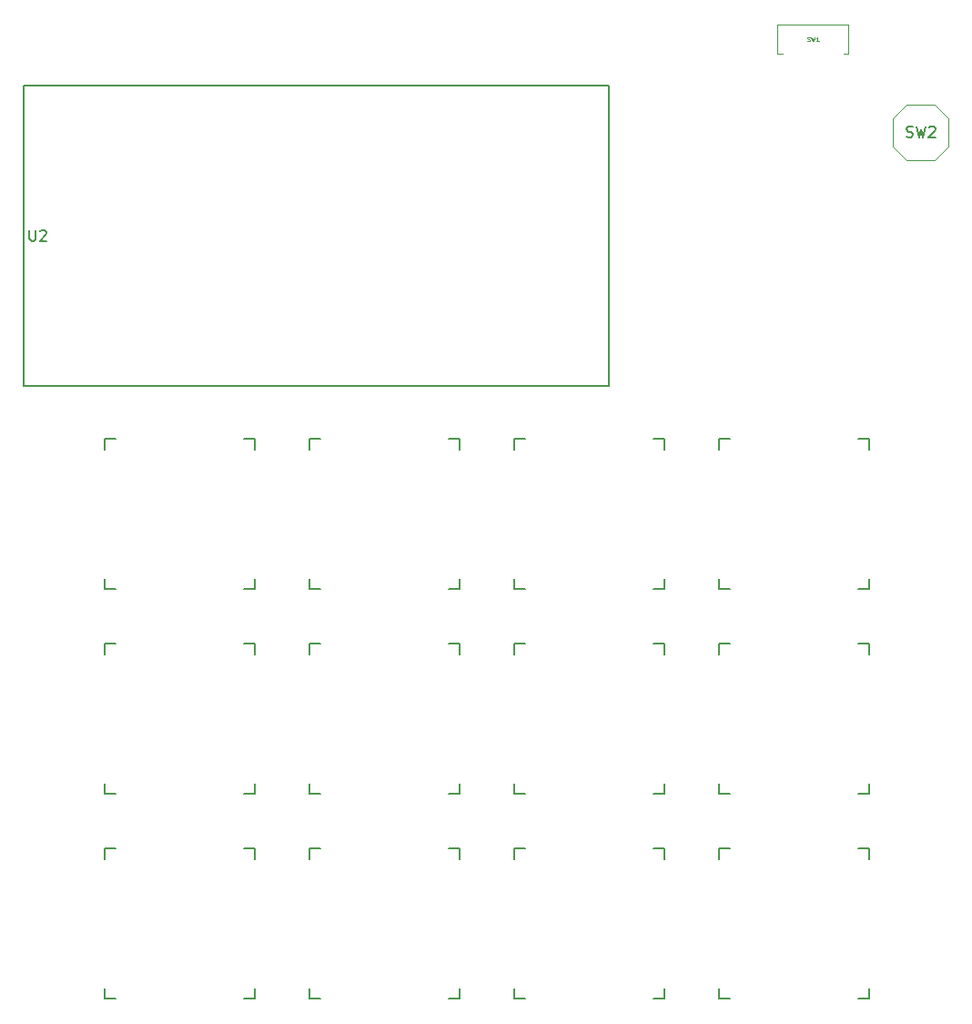
<source format=gto>
G04 #@! TF.GenerationSoftware,KiCad,Pcbnew,(6.0.6)*
G04 #@! TF.CreationDate,2022-07-26T08:16:13+09:00*
G04 #@! TF.ProjectId,ble_macro_keyboard,626c655f-6d61-4637-926f-5f6b6579626f,rev?*
G04 #@! TF.SameCoordinates,Original*
G04 #@! TF.FileFunction,Legend,Top*
G04 #@! TF.FilePolarity,Positive*
%FSLAX46Y46*%
G04 Gerber Fmt 4.6, Leading zero omitted, Abs format (unit mm)*
G04 Created by KiCad (PCBNEW (6.0.6)) date 2022-07-26 08:16:13*
%MOMM*%
%LPD*%
G01*
G04 APERTURE LIST*
%ADD10C,0.150000*%
%ADD11C,0.060000*%
%ADD12C,0.120000*%
%ADD13C,0.127000*%
%ADD14C,3.000000*%
%ADD15C,1.701800*%
%ADD16C,3.987800*%
%ADD17C,3.200000*%
%ADD18C,8.000000*%
%ADD19R,0.700000X1.000000*%
%ADD20R,1.000000X1.600000*%
%ADD21C,0.800000*%
%ADD22C,1.560000*%
%ADD23R,1.560000X1.560000*%
%ADD24C,1.600000*%
%ADD25R,1.600000X1.600000*%
%ADD26C,1.800000*%
%ADD27R,1.800000X1.800000*%
%ADD28O,1.800000X1.070000*%
%ADD29R,1.800000X1.070000*%
G04 APERTURE END LIST*
D10*
X103666666Y-29404761D02*
X103809523Y-29452380D01*
X104047619Y-29452380D01*
X104142857Y-29404761D01*
X104190476Y-29357142D01*
X104238095Y-29261904D01*
X104238095Y-29166666D01*
X104190476Y-29071428D01*
X104142857Y-29023809D01*
X104047619Y-28976190D01*
X103857142Y-28928571D01*
X103761904Y-28880952D01*
X103714285Y-28833333D01*
X103666666Y-28738095D01*
X103666666Y-28642857D01*
X103714285Y-28547619D01*
X103761904Y-28500000D01*
X103857142Y-28452380D01*
X104095238Y-28452380D01*
X104238095Y-28500000D01*
X104571428Y-28452380D02*
X104809523Y-29452380D01*
X105000000Y-28738095D01*
X105190476Y-29452380D01*
X105428571Y-28452380D01*
X105761904Y-28547619D02*
X105809523Y-28500000D01*
X105904761Y-28452380D01*
X106142857Y-28452380D01*
X106238095Y-28500000D01*
X106285714Y-28547619D01*
X106333333Y-28642857D01*
X106333333Y-28738095D01*
X106285714Y-28880952D01*
X105714285Y-29452380D01*
X106333333Y-29452380D01*
D11*
X94446666Y-20513904D02*
X94503809Y-20532952D01*
X94599047Y-20532952D01*
X94637142Y-20513904D01*
X94656190Y-20494857D01*
X94675238Y-20456761D01*
X94675238Y-20418666D01*
X94656190Y-20380571D01*
X94637142Y-20361523D01*
X94599047Y-20342476D01*
X94522857Y-20323428D01*
X94484761Y-20304380D01*
X94465714Y-20285333D01*
X94446666Y-20247238D01*
X94446666Y-20209142D01*
X94465714Y-20171047D01*
X94484761Y-20152000D01*
X94522857Y-20132952D01*
X94618095Y-20132952D01*
X94675238Y-20152000D01*
X94808571Y-20132952D02*
X94903809Y-20532952D01*
X94980000Y-20247238D01*
X95056190Y-20532952D01*
X95151428Y-20132952D01*
X95513333Y-20532952D02*
X95284761Y-20532952D01*
X95399047Y-20532952D02*
X95399047Y-20132952D01*
X95360952Y-20190095D01*
X95322857Y-20228190D01*
X95284761Y-20247238D01*
D10*
X22081801Y-38092169D02*
X22081801Y-38902005D01*
X22129438Y-38997280D01*
X22177076Y-39044918D01*
X22272350Y-39092555D01*
X22462900Y-39092555D01*
X22558175Y-39044918D01*
X22605812Y-38997280D01*
X22653450Y-38902005D01*
X22653450Y-38092169D01*
X23082187Y-38187444D02*
X23129824Y-38139807D01*
X23225099Y-38092169D01*
X23463286Y-38092169D01*
X23558561Y-38139807D01*
X23606198Y-38187444D01*
X23653836Y-38282719D01*
X23653836Y-38377994D01*
X23606198Y-38520906D01*
X23034549Y-39092555D01*
X23653836Y-39092555D01*
X29052000Y-71500000D02*
X30052000Y-71500000D01*
X29052000Y-58500000D02*
X29052000Y-57500000D01*
X43052000Y-57500000D02*
X42052000Y-57500000D01*
X43052000Y-57500000D02*
X43052000Y-58500000D01*
X30052000Y-57500000D02*
X29052000Y-57500000D01*
X43052000Y-70500000D02*
X43052000Y-71500000D01*
X29052000Y-71500000D02*
X29052000Y-70500000D01*
X42052000Y-71500000D02*
X43052000Y-71500000D01*
X99202000Y-90550000D02*
X100202000Y-90550000D01*
X100202000Y-89550000D02*
X100202000Y-90550000D01*
X100202000Y-76550000D02*
X99202000Y-76550000D01*
X86202000Y-90550000D02*
X86202000Y-89550000D01*
X87202000Y-76550000D02*
X86202000Y-76550000D01*
X86202000Y-90550000D02*
X87202000Y-90550000D01*
X86202000Y-77550000D02*
X86202000Y-76550000D01*
X100202000Y-76550000D02*
X100202000Y-77550000D01*
X48102000Y-71500000D02*
X48102000Y-70500000D01*
X48102000Y-71500000D02*
X49102000Y-71500000D01*
X49102000Y-57500000D02*
X48102000Y-57500000D01*
X62102000Y-57500000D02*
X61102000Y-57500000D01*
X48102000Y-58500000D02*
X48102000Y-57500000D01*
X62102000Y-57500000D02*
X62102000Y-58500000D01*
X62102000Y-70500000D02*
X62102000Y-71500000D01*
X61102000Y-71500000D02*
X62102000Y-71500000D01*
X61102000Y-90550000D02*
X62102000Y-90550000D01*
X62102000Y-89550000D02*
X62102000Y-90550000D01*
X62102000Y-76550000D02*
X62102000Y-77550000D01*
X48102000Y-90550000D02*
X48102000Y-89550000D01*
X48102000Y-77550000D02*
X48102000Y-76550000D01*
X62102000Y-76550000D02*
X61102000Y-76550000D01*
X48102000Y-90550000D02*
X49102000Y-90550000D01*
X49102000Y-76550000D02*
X48102000Y-76550000D01*
X100202000Y-57500000D02*
X100202000Y-58500000D01*
X99202000Y-71500000D02*
X100202000Y-71500000D01*
X100202000Y-70500000D02*
X100202000Y-71500000D01*
X86202000Y-71500000D02*
X87202000Y-71500000D01*
X87202000Y-57500000D02*
X86202000Y-57500000D01*
X86202000Y-71500000D02*
X86202000Y-70500000D01*
X100202000Y-57500000D02*
X99202000Y-57500000D01*
X86202000Y-58500000D02*
X86202000Y-57500000D01*
X67152000Y-77550000D02*
X67152000Y-76550000D01*
X81152000Y-76550000D02*
X81152000Y-77550000D01*
X81152000Y-76550000D02*
X80152000Y-76550000D01*
X67152000Y-90550000D02*
X67152000Y-89550000D01*
X81152000Y-89550000D02*
X81152000Y-90550000D01*
X80152000Y-90550000D02*
X81152000Y-90550000D01*
X67152000Y-90550000D02*
X68152000Y-90550000D01*
X68152000Y-76550000D02*
X67152000Y-76550000D01*
X68152000Y-57500000D02*
X67152000Y-57500000D01*
X81152000Y-57500000D02*
X80152000Y-57500000D01*
X80152000Y-71500000D02*
X81152000Y-71500000D01*
X67152000Y-58500000D02*
X67152000Y-57500000D01*
X67152000Y-71500000D02*
X68152000Y-71500000D01*
X81152000Y-70500000D02*
X81152000Y-71500000D01*
X67152000Y-71500000D02*
X67152000Y-70500000D01*
X81152000Y-57500000D02*
X81152000Y-58500000D01*
X29052000Y-77550000D02*
X29052000Y-76550000D01*
X29052000Y-90550000D02*
X29052000Y-89550000D01*
X43052000Y-89550000D02*
X43052000Y-90550000D01*
X42052000Y-90550000D02*
X43052000Y-90550000D01*
X30052000Y-76550000D02*
X29052000Y-76550000D01*
X43052000Y-76550000D02*
X42052000Y-76550000D01*
X43052000Y-76550000D02*
X43052000Y-77550000D01*
X29052000Y-90550000D02*
X30052000Y-90550000D01*
X61102000Y-109600000D02*
X62102000Y-109600000D01*
X49102000Y-95600000D02*
X48102000Y-95600000D01*
X48102000Y-109600000D02*
X49102000Y-109600000D01*
X62102000Y-95600000D02*
X62102000Y-96600000D01*
X62102000Y-95600000D02*
X61102000Y-95600000D01*
X48102000Y-96600000D02*
X48102000Y-95600000D01*
X48102000Y-109600000D02*
X48102000Y-108600000D01*
X62102000Y-108600000D02*
X62102000Y-109600000D01*
X29052000Y-109600000D02*
X29052000Y-108600000D01*
X29052000Y-109600000D02*
X30052000Y-109600000D01*
X30052000Y-95600000D02*
X29052000Y-95600000D01*
X43052000Y-108600000D02*
X43052000Y-109600000D01*
X29052000Y-96600000D02*
X29052000Y-95600000D01*
X43052000Y-95600000D02*
X42052000Y-95600000D01*
X42052000Y-109600000D02*
X43052000Y-109600000D01*
X43052000Y-95600000D02*
X43052000Y-96600000D01*
D12*
X103700000Y-31600000D02*
X106300000Y-31600000D01*
X107600000Y-30300000D02*
X107600000Y-27700000D01*
X102400000Y-27700000D02*
X102400000Y-30300000D01*
X106300000Y-26400000D02*
X103700000Y-26400000D01*
X106300000Y-31600000D02*
X107600000Y-30300000D01*
X103700000Y-26400000D02*
X102400000Y-27700000D01*
X102400000Y-30300000D02*
X103700000Y-31600000D01*
X107600000Y-27700000D02*
X106300000Y-26400000D01*
D10*
X87202000Y-95600000D02*
X86202000Y-95600000D01*
X86202000Y-109600000D02*
X87202000Y-109600000D01*
X100202000Y-95600000D02*
X100202000Y-96600000D01*
X100202000Y-95600000D02*
X99202000Y-95600000D01*
X86202000Y-96600000D02*
X86202000Y-95600000D01*
X100202000Y-108600000D02*
X100202000Y-109600000D01*
X86202000Y-109600000D02*
X86202000Y-108600000D01*
X99202000Y-109600000D02*
X100202000Y-109600000D01*
D12*
X98280000Y-21702000D02*
X97780000Y-21702000D01*
X98280000Y-19002000D02*
X98280000Y-21702000D01*
X91680000Y-21702000D02*
X91680000Y-19002000D01*
X91680000Y-19002000D02*
X98280000Y-19002000D01*
X91680000Y-21702000D02*
X92180000Y-21702000D01*
D10*
X67152000Y-96600000D02*
X67152000Y-95600000D01*
X68152000Y-95600000D02*
X67152000Y-95600000D01*
X67152000Y-109600000D02*
X67152000Y-108600000D01*
X81152000Y-108600000D02*
X81152000Y-109600000D01*
X81152000Y-95600000D02*
X81152000Y-96600000D01*
X81152000Y-95600000D02*
X80152000Y-95600000D01*
X67152000Y-109600000D02*
X68152000Y-109600000D01*
X80152000Y-109600000D02*
X81152000Y-109600000D01*
D13*
X21554000Y-24690000D02*
X75954000Y-24690000D01*
X21554000Y-52590000D02*
X21554000Y-24690000D01*
X75954000Y-52590000D02*
X21554000Y-52590000D01*
X75954000Y-24690000D02*
X75954000Y-52590000D01*
%LPC*%
D14*
X32242000Y-61960000D03*
D15*
X30972000Y-64500000D03*
D16*
X36052000Y-64500000D03*
D15*
X41132000Y-64500000D03*
D14*
X38592000Y-59420000D03*
D15*
X98282000Y-83550000D03*
D14*
X89392000Y-81010000D03*
D16*
X93202000Y-83550000D03*
D14*
X95742000Y-78470000D03*
D15*
X88122000Y-83550000D03*
D16*
X55102000Y-64500000D03*
D15*
X60182000Y-64500000D03*
X50022000Y-64500000D03*
D14*
X57642000Y-59420000D03*
X51292000Y-61960000D03*
X57642000Y-78470000D03*
D16*
X55102000Y-83550000D03*
D14*
X51292000Y-81010000D03*
D15*
X60182000Y-83550000D03*
X50022000Y-83550000D03*
X88122000Y-64500000D03*
D14*
X95742000Y-59420000D03*
D16*
X93202000Y-64500000D03*
D14*
X89392000Y-61960000D03*
D15*
X98282000Y-64500000D03*
D16*
X74152000Y-83550000D03*
D14*
X76692000Y-78470000D03*
X70342000Y-81010000D03*
D15*
X79232000Y-83550000D03*
X69072000Y-83550000D03*
D16*
X74152000Y-64500000D03*
D15*
X79232000Y-64500000D03*
D14*
X70342000Y-61960000D03*
D15*
X69072000Y-64500000D03*
D14*
X76692000Y-59420000D03*
X38592000Y-78470000D03*
X32242000Y-81010000D03*
D15*
X30972000Y-83550000D03*
X41132000Y-83550000D03*
D16*
X36052000Y-83550000D03*
D17*
X24000000Y-21000000D03*
X105000000Y-21000000D03*
D14*
X57642000Y-97520000D03*
D15*
X60182000Y-102600000D03*
D16*
X55102000Y-102600000D03*
D14*
X51292000Y-100060000D03*
D15*
X50022000Y-102600000D03*
D16*
X36052000Y-102600000D03*
D14*
X38592000Y-97520000D03*
D15*
X30972000Y-102600000D03*
D14*
X32242000Y-100060000D03*
D15*
X41132000Y-102600000D03*
D17*
X105000000Y-56500000D03*
X24000000Y-56500000D03*
D18*
X82500000Y-28000000D03*
D19*
X103150000Y-32000000D03*
X103150000Y-26000000D03*
X106850000Y-26000000D03*
X106850000Y-32000000D03*
D14*
X89392000Y-100060000D03*
D16*
X93202000Y-102600000D03*
D15*
X98282000Y-102600000D03*
D14*
X95742000Y-97520000D03*
D15*
X88122000Y-102600000D03*
D20*
X97180000Y-22502000D03*
X94280000Y-22502000D03*
X92780000Y-22502000D03*
D21*
X93530000Y-20352000D03*
X96430000Y-20352000D03*
D17*
X24000000Y-110000000D03*
D16*
X74152000Y-102600000D03*
D15*
X69072000Y-102600000D03*
D14*
X76692000Y-97520000D03*
X70342000Y-100060000D03*
D15*
X79232000Y-102600000D03*
D22*
X22844000Y-51340000D03*
X25384000Y-51340000D03*
X27924000Y-51340000D03*
X30464000Y-51340000D03*
X33004000Y-51340000D03*
X35544000Y-51340000D03*
X38084000Y-51340000D03*
X40624000Y-51340000D03*
X43164000Y-51340000D03*
X45704000Y-51340000D03*
X48244000Y-51340000D03*
X50784000Y-51340000D03*
X53324000Y-51340000D03*
X55864000Y-51340000D03*
X58404000Y-51340000D03*
X60944000Y-51340000D03*
X63484000Y-51340000D03*
X66024000Y-51340000D03*
X68564000Y-51340000D03*
X22844000Y-25940000D03*
X25384000Y-25940000D03*
X27924000Y-25940000D03*
X30464000Y-25940000D03*
X33004000Y-25940000D03*
X35544000Y-25940000D03*
X38084000Y-25940000D03*
X40624000Y-25940000D03*
X43164000Y-25940000D03*
X45704000Y-25940000D03*
X48244000Y-25940000D03*
X50784000Y-25940000D03*
X53324000Y-25940000D03*
X55864000Y-25940000D03*
X58404000Y-25940000D03*
X60944000Y-25940000D03*
X63484000Y-25940000D03*
X66024000Y-25940000D03*
D23*
X68564000Y-25940000D03*
D17*
X105000000Y-110000000D03*
D24*
X49796888Y-30512000D03*
D25*
X47796888Y-30512000D03*
D26*
X25384000Y-30512000D03*
D27*
X27924000Y-30512000D03*
D24*
X33483113Y-30512000D03*
D25*
X35483113Y-30512000D03*
D28*
X64500000Y-29242000D03*
X64500000Y-30512000D03*
X64500000Y-31782000D03*
D29*
X64500000Y-33052000D03*
M02*

</source>
